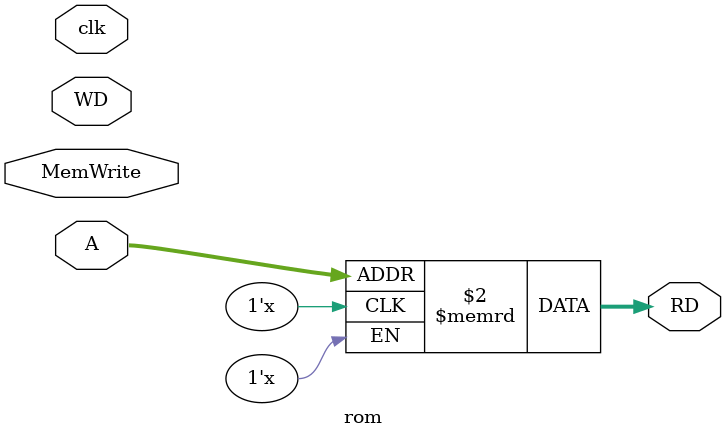
<source format=sv>
module rom #(
    parameter ADDRESS_WIDTH = 12,
    parameter DATA_WIDTH = 32
)(
    input logic clk,
    input logic MemWrite,
    input logic [ADDRESS_WIDTH-1:0] A,
    input logic [ADDRESS_WIDTH-1:0] WD,
    output logic [DATA_WIDTH-1:0] RD
);
// 3-bit vector with a depth of 2^8 bits
logic [DATA_WIDTH-1:0] rom_array [2**ADDRESS_WIDTH-1:0];

// Initialise memory
initial begin
    $display("Loading data to ROM");
end

always_comb begin
    RD <= rom_array[A];
end 

endmodule

</source>
